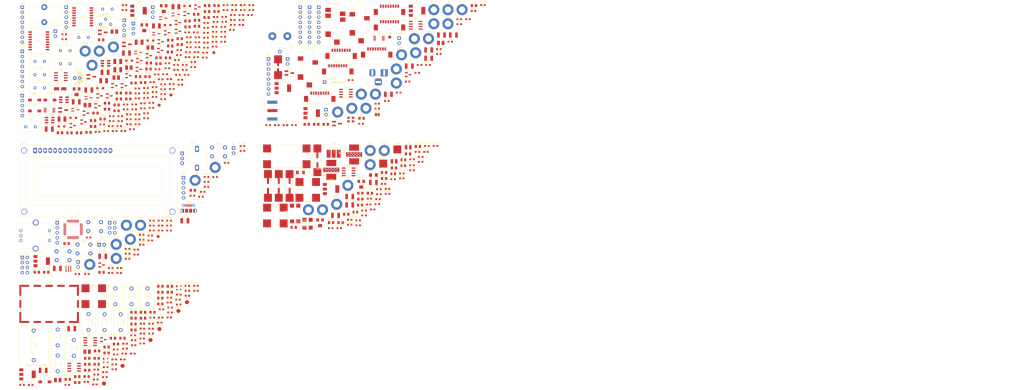
<source format=kicad_pcb>
(kicad_pcb (version 20211014) (generator pcbnew)

  (general
    (thickness 1.6)
  )

  (paper "A4")
  (layers
    (0 "F.Cu" signal)
    (31 "B.Cu" signal)
    (32 "B.Adhes" user "B.Adhesive")
    (33 "F.Adhes" user "F.Adhesive")
    (34 "B.Paste" user)
    (35 "F.Paste" user)
    (36 "B.SilkS" user "B.Silkscreen")
    (37 "F.SilkS" user "F.Silkscreen")
    (38 "B.Mask" user)
    (39 "F.Mask" user)
    (40 "Dwgs.User" user "User.Drawings")
    (41 "Cmts.User" user "User.Comments")
    (42 "Eco1.User" user "User.Eco1")
    (43 "Eco2.User" user "User.Eco2")
    (44 "Edge.Cuts" user)
    (45 "Margin" user)
    (46 "B.CrtYd" user "B.Courtyard")
    (47 "F.CrtYd" user "F.Courtyard")
    (48 "B.Fab" user)
    (49 "F.Fab" user)
    (50 "User.1" user)
    (51 "User.2" user)
    (52 "User.3" user)
    (53 "User.4" user)
    (54 "User.5" user)
    (55 "User.6" user)
    (56 "User.7" user)
    (57 "User.8" user)
    (58 "User.9" user)
  )

  (setup
    (stackup
      (layer "F.SilkS" (type "Top Silk Screen"))
      (layer "F.Paste" (type "Top Solder Paste"))
      (layer "F.Mask" (type "Top Solder Mask") (thickness 0.01))
      (layer "F.Cu" (type "copper") (thickness 0.035))
      (layer "dielectric 1" (type "core") (thickness 1.51) (material "FR4") (epsilon_r 4.5) (loss_tangent 0.02))
      (layer "B.Cu" (type "copper") (thickness 0.035))
      (layer "B.Mask" (type "Bottom Solder Mask") (thickness 0.01))
      (layer "B.Paste" (type "Bottom Solder Paste"))
      (layer "B.SilkS" (type "Bottom Silk Screen"))
      (copper_finish "None")
      (dielectric_constraints no)
    )
    (pad_to_mask_clearance 0)
    (pcbplotparams
      (layerselection 0x00010fc_ffffffff)
      (disableapertmacros false)
      (usegerberextensions false)
      (usegerberattributes true)
      (usegerberadvancedattributes true)
      (creategerberjobfile true)
      (svguseinch false)
      (svgprecision 6)
      (excludeedgelayer true)
      (plotframeref false)
      (viasonmask false)
      (mode 1)
      (useauxorigin false)
      (hpglpennumber 1)
      (hpglpenspeed 20)
      (hpglpendiameter 15.000000)
      (dxfpolygonmode true)
      (dxfimperialunits true)
      (dxfusepcbnewfont true)
      (psnegative false)
      (psa4output false)
      (plotreference true)
      (plotvalue true)
      (plotinvisibletext false)
      (sketchpadsonfab false)
      (subtractmaskfromsilk false)
      (outputformat 1)
      (mirror false)
      (drillshape 1)
      (scaleselection 1)
      (outputdirectory "")
    )
  )

  (net 0 "")
  (net 1 "+12V")
  (net 2 "GND")
  (net 3 "Net-(C2-Pad1)")
  (net 4 "Net-(C3-Pad1)")
  (net 5 "+3.3V")
  (net 6 "+9VA")
  (net 7 "/MIC")
  (net 8 "Net-(C6-Pad2)")
  (net 9 "+5VA")
  (net 10 "Net-(C10-Pad1)")
  (net 11 "Net-(C11-Pad1)")
  (net 12 "Net-(C11-Pad2)")
  (net 13 "Net-(C14-Pad1)")
  (net 14 "Net-(C14-Pad2)")
  (net 15 "Net-(C15-Pad1)")
  (net 16 "/BFO")
  (net 17 "Net-(C16-Pad1)")
  (net 18 "Net-(C16-Pad2)")
  (net 19 "Net-(C17-Pad1)")
  (net 20 "Net-(C17-Pad2)")
  (net 21 "Net-(C18-Pad1)")
  (net 22 "Net-(C18-Pad2)")
  (net 23 "Net-(C19-Pad1)")
  (net 24 "Net-(C19-Pad2)")
  (net 25 "Net-(C20-Pad1)")
  (net 26 "Net-(C20-Pad2)")
  (net 27 "Net-(C22-Pad1)")
  (net 28 "Net-(C23-Pad1)")
  (net 29 "Net-(C23-Pad2)")
  (net 30 "Net-(C25-Pad1)")
  (net 31 "Net-(C25-Pad2)")
  (net 32 "Net-(C26-Pad1)")
  (net 33 "Net-(C27-Pad1)")
  (net 34 "Net-(C27-Pad2)")
  (net 35 "Net-(C28-Pad1)")
  (net 36 "+VRX")
  (net 37 "Net-(C31-Pad1)")
  (net 38 "Net-(C32-Pad1)")
  (net 39 "Net-(C33-Pad1)")
  (net 40 "/Baseband/VAGC")
  (net 41 "Net-(C37-Pad1)")
  (net 42 "Net-(C38-Pad1)")
  (net 43 "Net-(C39-Pad1)")
  (net 44 "Net-(C39-Pad2)")
  (net 45 "Net-(C40-Pad2)")
  (net 46 "Net-(C41-Pad2)")
  (net 47 "Net-(C42-Pad1)")
  (net 48 "/Baseband/SPKR_OUT")
  (net 49 "Net-(C43-Pad2)")
  (net 50 "Net-(C44-Pad2)")
  (net 51 "Net-(C45-Pad1)")
  (net 52 "Net-(C45-Pad2)")
  (net 53 "Net-(C46-Pad1)")
  (net 54 "Net-(C46-Pad2)")
  (net 55 "Net-(C47-Pad1)")
  (net 56 "Net-(C47-Pad2)")
  (net 57 "Net-(C48-Pad1)")
  (net 58 "Net-(C48-Pad2)")
  (net 59 "Net-(C49-Pad1)")
  (net 60 "Net-(C49-Pad2)")
  (net 61 "Net-(C50-Pad1)")
  (net 62 "Net-(C51-Pad2)")
  (net 63 "Net-(C52-Pad1)")
  (net 64 "Net-(C53-Pad1)")
  (net 65 "Net-(C53-Pad2)")
  (net 66 "Net-(C54-Pad2)")
  (net 67 "Net-(C55-Pad1)")
  (net 68 "Net-(C55-Pad2)")
  (net 69 "Net-(C56-Pad2)")
  (net 70 "Net-(C57-Pad2)")
  (net 71 "Net-(C58-Pad1)")
  (net 72 "Net-(C59-Pad2)")
  (net 73 "Net-(C60-Pad2)")
  (net 74 "Net-(C61-Pad1)")
  (net 75 "Net-(C62-Pad2)")
  (net 76 "Net-(C63-Pad2)")
  (net 77 "Net-(C64-Pad2)")
  (net 78 "Net-(C65-Pad1)")
  (net 79 "Net-(C65-Pad2)")
  (net 80 "Net-(C66-Pad2)")
  (net 81 "Net-(C67-Pad2)")
  (net 82 "Net-(C68-Pad1)")
  (net 83 "Net-(C69-Pad1)")
  (net 84 "Net-(C69-Pad2)")
  (net 85 "Net-(C70-Pad2)")
  (net 86 "Net-(C71-Pad2)")
  (net 87 "Net-(C72-Pad1)")
  (net 88 "Net-(C72-Pad2)")
  (net 89 "Net-(C73-Pad2)")
  (net 90 "Net-(C74-Pad2)")
  (net 91 "Net-(C75-Pad2)")
  (net 92 "Net-(C76-Pad1)")
  (net 93 "Net-(C76-Pad2)")
  (net 94 "Net-(C78-Pad1)")
  (net 95 "Net-(C80-Pad1)")
  (net 96 "Net-(C80-Pad2)")
  (net 97 "Net-(C81-Pad1)")
  (net 98 "Net-(C81-Pad2)")
  (net 99 "Net-(C82-Pad1)")
  (net 100 "Net-(C82-Pad2)")
  (net 101 "Net-(C83-Pad2)")
  (net 102 "Net-(C86-Pad1)")
  (net 103 "Net-(C86-Pad2)")
  (net 104 "Net-(C87-Pad2)")
  (net 105 "Net-(C90-Pad2)")
  (net 106 "Net-(C100-Pad1)")
  (net 107 "/70MHz VHF Frontend/VHF_RX")
  (net 108 "Net-(C93-Pad1)")
  (net 109 "/70MHz VHF Frontend/TX_FROM_MIX")
  (net 110 "Net-(C94-Pad2)")
  (net 111 "Net-(C96-Pad2)")
  (net 112 "Net-(C100-Pad2)")
  (net 113 "Net-(C101-Pad2)")
  (net 114 "Net-(C102-Pad2)")
  (net 115 "Net-(C103-Pad1)")
  (net 116 "Net-(C104-Pad2)")
  (net 117 "Net-(C106-Pad1)")
  (net 118 "Net-(C107-Pad2)")
  (net 119 "Net-(C108-Pad1)")
  (net 120 "Net-(C109-Pad2)")
  (net 121 "/70MHz VHF Frontend/+VTX_FE")
  (net 122 "Net-(C111-Pad2)")
  (net 123 "Net-(C112-Pad1)")
  (net 124 "Net-(C112-Pad2)")
  (net 125 "Net-(C114-Pad2)")
  (net 126 "Net-(C115-Pad2)")
  (net 127 "/70MHz VHF Frontend/12V")
  (net 128 "Net-(C118-Pad2)")
  (net 129 "Net-(C119-Pad1)")
  (net 130 "Net-(C120-Pad1)")
  (net 131 "Net-(C120-Pad2)")
  (net 132 "Net-(C121-Pad1)")
  (net 133 "Net-(C125-Pad2)")
  (net 134 "Net-(C126-Pad1)")
  (net 135 "Net-(C128-Pad1)")
  (net 136 "Net-(C128-Pad2)")
  (net 137 "Net-(C129-Pad1)")
  (net 138 "/70MHz VHF Frontend/RX_TO_MIX")
  (net 139 "/70MHz VHF Frontend/VHF_TX")
  (net 140 "Net-(C136-Pad1)")
  (net 141 "Net-(C136-Pad2)")
  (net 142 "/PA 70MHz/12V")
  (net 143 "VGG1")
  (net 144 "Net-(C140-Pad1)")
  (net 145 "Net-(C140-Pad2)")
  (net 146 "Net-(C143-Pad1)")
  (net 147 "Net-(C143-Pad2)")
  (net 148 "Net-(C144-Pad1)")
  (net 149 "Net-(C144-Pad2)")
  (net 150 "VGG2")
  (net 151 "Net-(C147-Pad1)")
  (net 152 "Net-(C147-Pad2)")
  (net 153 "Net-(C148-Pad1)")
  (net 154 "Net-(C148-Pad2)")
  (net 155 "Net-(C149-Pad1)")
  (net 156 "Net-(C152-Pad1)")
  (net 157 "/PA 70MHz/VG_5V")
  (net 158 "Net-(C155-Pad2)")
  (net 159 "Net-(C156-Pad2)")
  (net 160 "Net-(C159-Pad2)")
  (net 161 "Net-(C161-Pad2)")
  (net 162 "Net-(C162-Pad2)")
  (net 163 "/PA 70MHz/PA_OUT")
  (net 164 "/Control on separate board/ENC_B")
  (net 165 "/Control on separate board/ENC_A")
  (net 166 "/Control on separate board/3.3V_UI")
  (net 167 "Net-(C169-Pad1)")
  (net 168 "Net-(C171-Pad1)")
  (net 169 "Net-(C172-Pad1)")
  (net 170 "Net-(C173-Pad2)")
  (net 171 "/Control on separate board/CW_TONE")
  (net 172 "Net-(C176-Pad1)")
  (net 173 "/Control on separate board/5V")
  (net 174 "Net-(D2-Pad1)")
  (net 175 "Net-(D5-Pad1)")
  (net 176 "Net-(D5-Pad2)")
  (net 177 "Net-(D6-Pad1)")
  (net 178 "Net-(D6-Pad2)")
  (net 179 "Net-(D7-Pad2)")
  (net 180 "Net-(D8-Pad2)")
  (net 181 "Net-(D9-Pad1)")
  (net 182 "Net-(D10-Pad3)")
  (net 183 "Net-(D10-Pad1)")
  (net 184 "Net-(D11-Pad1)")
  (net 185 "Net-(D11-Pad3)")
  (net 186 "Net-(D13-Pad2)")
  (net 187 "Net-(D14-Pad2)")
  (net 188 "Net-(D15-Pad2)")
  (net 189 "Net-(D16-Pad1)")
  (net 190 "Net-(D16-Pad2)")
  (net 191 "Net-(D16-Pad3)")
  (net 192 "Net-(D17-Pad3)")
  (net 193 "Net-(D18-Pad1)")
  (net 194 "Net-(D18-Pad2)")
  (net 195 "Net-(D18-Pad3)")
  (net 196 "Net-(D19-Pad3)")
  (net 197 "Net-(D20-Pad2)")
  (net 198 "Net-(D21-Pad2)")
  (net 199 "/Control on separate board/STATUSn")
  (net 200 "Net-(D23-Pad2)")
  (net 201 "unconnected-(DS1-Pad1)")
  (net 202 "unconnected-(DS1-Pad2)")
  (net 203 "unconnected-(DS1-Pad3)")
  (net 204 "unconnected-(DS1-Pad4)")
  (net 205 "unconnected-(DS1-Pad5)")
  (net 206 "unconnected-(DS1-Pad6)")
  (net 207 "unconnected-(DS1-Pad7)")
  (net 208 "unconnected-(DS1-Pad8)")
  (net 209 "unconnected-(DS1-Pad9)")
  (net 210 "unconnected-(DS1-Pad10)")
  (net 211 "unconnected-(DS1-Pad11)")
  (net 212 "unconnected-(DS1-Pad12)")
  (net 213 "unconnected-(DS1-Pad13)")
  (net 214 "unconnected-(DS1-Pad14)")
  (net 215 "unconnected-(DS1-Pad15)")
  (net 216 "unconnected-(DS1-Pad16)")
  (net 217 "Net-(FB1-Pad2)")
  (net 218 "Net-(FB3-Pad1)")
  (net 219 "unconnected-(J3-PadNC)")
  (net 220 "Net-(J3-PadR1)")
  (net 221 "unconnected-(J3-PadR2)")
  (net 222 "Net-(J3-PadS)")
  (net 223 "Net-(J3-PadT)")
  (net 224 "unconnected-(J3-PadTN)")
  (net 225 "Net-(J4-PadR)")
  (net 226 "Net-(J4-PadTN)")
  (net 227 "/CW_RING")
  (net 228 "/CW_TIP")
  (net 229 "unconnected-(J5-PadTN)")
  (net 230 "unconnected-(J6-Pad5)")
  (net 231 "Net-(J7-Pad1)")
  (net 232 "unconnected-(J7-Pad4)")
  (net 233 "/Baseband/SPKR_DET")
  (net 234 "/Control on separate board/CW_TIP")
  (net 235 "/Control on separate board/CW_RING")
  (net 236 "/Control on separate board/CW_KEYn")
  (net 237 "/Control on separate board/MIC_PTTn")
  (net 238 "/Control on separate board/EN_TX")
  (net 239 "/Control on separate board/EN_RX")
  (net 240 "/Control on separate board/S_METER")
  (net 241 "/Control on separate board/SCL")
  (net 242 "/Control on separate board/SDA")
  (net 243 "/Control on separate board/MUTE_MICn")
  (net 244 "/Control on separate board/SPKR_VOL")
  (net 245 "unconnected-(J9-Pad6)")
  (net 246 "/EN_VRX")
  (net 247 "/EN_VTX")
  (net 248 "/MIC_PTTn")
  (net 249 "/Baseband/CW_KEYn")
  (net 250 "/Baseband/CW_TONE")
  (net 251 "unconnected-(J12-Pad3)")
  (net 252 "/Baseband/SPKR_VOL")
  (net 253 "/MUTE_MICn")
  (net 254 "/SDA")
  (net 255 "/SCL")
  (net 256 "/S_METER")
  (net 257 "/Baseband/VHF_IN")
  (net 258 "/Baseband/VHF_OUT")
  (net 259 "/70MHz VHF Frontend/EN_VRX")
  (net 260 "/70MHz VHF Frontend/EN_VTX")
  (net 261 "/PA 70MHz/PA_IN")
  (net 262 "/PA 70MHz/EN_PA")
  (net 263 "/CLK1")
  (net 264 "Net-(J22-Pad2)")
  (net 265 "+VTX")
  (net 266 "Net-(J24-Pad2)")
  (net 267 "unconnected-(J24-Pad4)")
  (net 268 "unconnected-(J24-Pad5)")
  (net 269 "Net-(J24-Pad7)")
  (net 270 "/Control on separate board/DISP_LAT")
  (net 271 "/Control on separate board/I2C2_SDA")
  (net 272 "/Control on separate board/I2C2_SCL")
  (net 273 "/Control on separate board/PC14")
  (net 274 "/Control on separate board/PC13")
  (net 275 "Net-(J32-Pad1)")
  (net 276 "/Control on separate board/PA0")
  (net 277 "/Control on separate board/USART1_TX")
  (net 278 "/Control on separate board/USART1_RX")
  (net 279 "/Control on separate board/PB15")
  (net 280 "unconnected-(J34-Pad1)")
  (net 281 "/Control on separate board/USB_DM")
  (net 282 "/Control on separate board/USB_DP")
  (net 283 "Net-(J34-Pad4)")
  (net 284 "/Control on separate board/SWCLK")
  (net 285 "/Control on separate board/SWDIO")
  (net 286 "/Control on separate board/RESETn")
  (net 287 "Net-(J36-Pad3)")
  (net 288 "Net-(J36-Pad4)")
  (net 289 "/LO1")
  (net 290 "Net-(L14-Pad1)")
  (net 291 "Net-(L15-Pad1)")
  (net 292 "Net-(L19-Pad1)")
  (net 293 "Net-(L21-Pad2)")
  (net 294 "Net-(L23-Pad2)")
  (net 295 "Net-(L25-Pad2)")
  (net 296 "Net-(L39-Pad2)")
  (net 297 "Net-(L40-Pad2)")
  (net 298 "Net-(Q1-Pad1)")
  (net 299 "Net-(Q2-Pad4)")
  (net 300 "Net-(Q3-Pad4)")
  (net 301 "Net-(Q6-Pad1)")
  (net 302 "Net-(Q6-Pad2)")
  (net 303 "Net-(Q7-Pad1)")
  (net 304 "Net-(Q10-Pad1)")
  (net 305 "Net-(Q10-Pad2)")
  (net 306 "Net-(Q11-Pad1)")
  (net 307 "Net-(Q11-Pad3)")
  (net 308 "Net-(Q13-Pad1)")
  (net 309 "Net-(Q14-Pad2)")
  (net 310 "Net-(Q14-Pad3)")
  (net 311 "Net-(Q16-Pad2)")
  (net 312 "Net-(Q18-Pad2)")
  (net 313 "Net-(Q20-Pad1)")
  (net 314 "Net-(Q21-Pad1)")
  (net 315 "Net-(Q23-Pad1)")
  (net 316 "Net-(Q24-Pad4)")
  (net 317 "/70MHz VHF Frontend/+9V_FE")
  (net 318 "Net-(Q26-Pad4)")
  (net 319 "/70MHz VHF Frontend/+VRX_FE")
  (net 320 "Net-(Q27-Pad4)")
  (net 321 "Net-(Q30-Pad4)")
  (net 322 "Net-(R22-Pad2)")
  (net 323 "Net-(R23-Pad2)")
  (net 324 "Net-(R28-Pad2)")
  (net 325 "Net-(R31-Pad1)")
  (net 326 "Net-(R31-Pad2)")
  (net 327 "Net-(R35-Pad1)")
  (net 328 "Net-(R36-Pad1)")
  (net 329 "Net-(R93-Pad1)")
  (net 330 "Net-(R103-Pad2)")
  (net 331 "Net-(R104-Pad2)")
  (net 332 "Net-(R100-Pad1)")
  (net 333 "Net-(R101-Pad1)")
  (net 334 "Net-(R111-Pad2)")
  (net 335 "Net-(R135-Pad1)")
  (net 336 "Net-(R140-Pad1)")
  (net 337 "Net-(J27-Pad1)")
  (net 338 "Net-(R157-Pad1)")
  (net 339 "Net-(R159-Pad1)")
  (net 340 "Net-(R160-Pad1)")
  (net 341 "Net-(R161-Pad2)")
  (net 342 "/Control on separate board/BTN0")
  (net 343 "/Control on separate board/BTN1")
  (net 344 "/Control on separate board/BTN2")
  (net 345 "/Control on separate board/BTN3")
  (net 346 "Net-(R168-Pad1)")
  (net 347 "/Control on separate board/ENC_BTN")
  (net 348 "/Control on separate board/XTAL1")
  (net 349 "/Control on separate board/XTAL2")
  (net 350 "/Control on separate board/PWM_CW")
  (net 351 "/Control on separate board/MUTE_SPKR")
  (net 352 "Net-(R178-Pad2)")
  (net 353 "Net-(R179-Pad2)")
  (net 354 "Net-(R180-Pad2)")
  (net 355 "/Control on separate board/BOOT0")
  (net 356 "/Control on separate board/BOOT1")
  (net 357 "unconnected-(T3-Pad2)")
  (net 358 "unconnected-(T5-Pad2)")
  (net 359 "unconnected-(TR1-Pad10)")
  (net 360 "unconnected-(TR1-Pad15)")
  (net 361 "unconnected-(TR2-Pad10)")
  (net 362 "unconnected-(TR2-Pad15)")
  (net 363 "Net-(U4-Pad3)")
  (net 364 "unconnected-(U11-Pad14)")
  (net 365 "unconnected-(U11-Pad40)")
  (net 366 "Net-(R158-Pad2)")
  (net 367 "unconnected-(T4-Pad2)")

  (footprint "Capacitor_SMD:C_0603_1608Metric_Pad1.08x0.95mm_HandSolder" (layer "F.Cu") (at -212.258 153.512))

  (footprint "Capacitor_SMD:C_0805_2012Metric_Pad1.18x1.45mm_HandSolder" (layer "F.Cu") (at -170.638 111.622))

  (footprint "Resistor_SMD:R_0603_1608Metric_Pad0.98x0.95mm_HandSolder" (layer "F.Cu") (at -214.758 201.262))

  (footprint "Crystal:Crystal_HC49-U_Vertical" (layer "F.Cu") (at -237.618 40.842))

  (footprint "Resistor_SMD:R_0603_1608Metric_Pad0.98x0.95mm_HandSolder" (layer "F.Cu") (at -64.858 103.082))

  (footprint "Capacitor_SMD:CP_Elec_4x5.3" (layer "F.Cu") (at -237.768 60.192))

  (footprint "Resistor_SMD:R_0603_1608Metric_Pad0.98x0.95mm_HandSolder" (layer "F.Cu") (at -194.328 75.092))

  (footprint "Package_SO:MSOP-10_3x3mm_P0.5mm" (layer "F.Cu") (at -243.168 71.042))

  (footprint "Connector_Molex:Molex_PicoBlade_53261-0871_1x08-1MP_P1.25mm_Horizontal" (layer "F.Cu") (at -71.088 28.592))

  (footprint "mpb:four_4mm_pads_narrow" (layer "F.Cu") (at -112.463 111.517))

  (footprint "Potentiometer_SMD:Potentiometer_Bourns_3214W_Vertical" (layer "F.Cu") (at -195.218 29.242))

  (footprint "Potentiometer_SMD:Potentiometer_Bourns_3214W_Vertical" (layer "F.Cu") (at -185.368 19.542))

  (footprint "Resistor_SMD:R_0603_1608Metric_Pad0.98x0.95mm_HandSolder" (layer "F.Cu") (at -186.498 171.962))

  (footprint "Capacitor_SMD:C_0603_1608Metric_Pad1.08x0.95mm_HandSolder" (layer "F.Cu") (at -201.008 194.372))

  (footprint "Package_TO_SOT_SMD:SOT-223-3_TabPin2" (layer "F.Cu") (at -125.078 59.862))

  (footprint "Resistor_SMD:R_0603_1608Metric_Pad0.98x0.95mm_HandSolder" (layer "F.Cu") (at -211.728 76.582))

  (footprint "Capacitor_SMD:C_0603_1608Metric_Pad1.08x0.95mm_HandSolder" (layer "F.Cu") (at -203.028 78.152))

  (footprint "Capacitor_SMD:C_1210_3225Metric_Pad1.33x2.70mm_HandSolder" (layer "F.Cu") (at -38.768 32.942))

  (footprint "Capacitor_SMD:C_1210_3225Metric_Pad1.33x2.70mm_HandSolder" (layer "F.Cu") (at -51.268 44.742))

  (footprint "Resistor_SMD:R_0603_1608Metric_Pad0.98x0.95mm_HandSolder" (layer "F.Cu") (at -210.408 199.832))

  (footprint "Capacitor_SMD:C_0805_2012Metric_Pad1.18x1.45mm_HandSolder" (layer "F.Cu") (at -85.838 116.092))

  (footprint "Inductor_SMD:L_1008_2520Metric_Pad1.43x2.20mm_HandSolder" (layer "F.Cu") (at -210.348 31.192))

  (footprint "Capacitor_SMD:C_0805_2012Metric_Pad1.18x1.45mm_HandSolder" (layer "F.Cu") (at -61.698 93.172))

  (footprint "Diode_SMD:D_SOD-123F" (layer "F.Cu") (at -217.523 59.882))

  (footprint "Resistor_SMD:R_0603_1608Metric_Pad0.98x0.95mm_HandSolder" (layer "F.Cu") (at -185.658 57.922))

  (footprint "Capacitor_SMD:C_0805_2012Metric_Pad1.18x1.45mm_HandSolder" (layer "F.Cu") (at -208.098 65.352))

  (footprint "mpb:PLD-1.5W" (layer "F.Cu") (at -89.003 93.497))

  (footprint "Capacitor_SMD:C_0805_2012Metric_Pad1.18x1.45mm_HandSolder" (layer "F.Cu") (at -92.988 123.782))

  (footprint "Capacitor_SMD:C_0805_2012Metric_Pad1.18x1.45mm_HandSolder" (layer "F.Cu") (at -195.828 173.442))

  (footprint "Resistor_SMD:R_0805_2012Metric" (layer "F.Cu") (at -69.238 103.302))

  (footprint "Connector_BarrelJack:BarrelJack_Horizontal" (layer "F.Cu") (at -73.758 52.057))

  (footprint "Resistor_SMD:R_0603_1608Metric_Pad0.98x0.95mm_HandSolder" (layer "F.Cu") (at -59.678 95.932))

  (footprint "Connector_Molex:Molex_PicoBlade_53261-0871_1x08-1MP_P1.25mm_Horizontal" (layer "F.Cu") (at -97.288 50.922))

  (footprint "Package_TO_SOT_SMD:SOT-23" (layer "F.Cu") (at -224.748 72.542))

  (footprint "MountingHole:MountingHole_3.2mm_M3_DIN965_Pad" (layer "F.Cu") (at -222.818 149.222))

  (footprint "Resistor_SMD:R_0603_1608Metric_Pad0.98x0.95mm_HandSolder" (layer "F.Cu") (at -51.548 48.122))

  (footprint "Resistor_SMD:R_0603_1608Metric_Pad0.98x0.95mm_HandSolder" (layer "F.Cu") (at -184.628 52.762))

  (footprint "Inductor_SMD:L_1008_2520Metric_Pad1.43x2.20mm_HandSolder" (layer "F.Cu") (at -223.988 68.442))

  (footprint "Inductor_SMD:L_1008_2520Metric_Pad1.43x2.20mm_HandSolder" (layer "F.Cu") (at -45.138 36.942))

  (footprint "Connector_PinHeader_2.54mm:PinHeader_2x04_P2.54mm_Vertical" (layer "F.Cu") (at -256.918 145.722))

  (footprint "Package_TO_SOT_SMD:SOT-23_Handsoldering" (layer "F.Cu") (at -236.268 70.942))

  (footprint "Capacitor_SMD:C_0805_2012Metric_Pad1.18x1.45mm_HandSolder" (layer "F.Cu") (at -119.598 130.422))

  (footprint "Capacitor_SMD:C_0603_1608Metric_Pad1.08x0.95mm_HandSolder" (layer "F.Cu") (at -205.218 17.772))

  (footprint "mpb:two_4mm_pads" (layer "F.Cu") (at -127.503 49.237))

  (footprint "Capacitor_SMD:C_0805_2012Metric_Pad1.18x1.45mm_HandSolder" (layer "F.Cu") (at -173.318 25.822))

  (footprint "Resistor_SMD:R_0603_1608Metric_Pad0.98x0.95mm_HandSolder" (layer "F.Cu") (at -224.218 154.052))

  (footprint "Capacitor_SMD:C_0603_1608Metric_Pad1.08x0.95mm_HandSolder" (layer "F.Cu") (at -198.708 65.052))

  (footprint "Resistor_SMD:R_0603_1608Metric_Pad0.98x0.95mm_HandSolder" (layer "F.Cu") (at -168.978 44.142))

  (footprint "Resistor_SMD:R_0603_1608Metric_Pad0.98x0.95mm_HandSolder" (layer "F.Cu") (at -229.088 154.102))

  (footprint "Inductor_SMD:L_0805_2012Metric_Pad1.15x1.40mm_HandSolder" (layer "F.Cu") (at -191.048 173.412))

  (footprint "TestPoint:TestPoint_Pad_D2.0mm" (layer "F.Cu") (at -187.568 181.932))

  (footprint "Resistor_SMD:R_0603_1608Metric_Pad0.98x0.95mm_HandSolder" (layer "F.Cu") (at -59.718 98.942))

  (footprint "Package_TO_SOT_SMD:SOT-323_SC-70_Handsoldering" (layer "F.Cu")
    (tedit 5A02FF57) (tstamp 155e74e9-eb09-4843-a01f-82eead9da4ed)
    (at -198.308 41.792)
    (descr "SOT-323, SC-70 Handsoldering")
    (tags "SOT-323 SC-70 Handsoldering")
    (property "MPN" "BAT68-04W")
    (property "Need_order" "0")
    (property "Sheetfile" "baseband.kicad_sch")
    (property "Sheetname" "Baseband")
    (path "/691ab6db-80d5-4c97-9e5f-aae234327d27/8e665418-aa3c-4deb-972e-e449d3453c26")
    (attr smd)
    (fp_text reference "D17" (at 0 -2) (layer "F.SilkS")
      (effects (font (size 1 1) (thickness 0.15)))
      (tstamp 3625ba79-e754-46a2-96d9-638a31a87394)
    )
    (fp_text value "BAT68-04W" (at 0 2.05) (layer "F.Fab")
      (effects (font (size 1 1) (thickness 0.15)))
      (tstamp b6855dfd-b742-4577-a0c4-94b10ba42a9c)
    )
    (fp_text user "${REFERENCE}" (at 0 0 90) (layer "F.Fab")
      (effects (font (size 0.5 0.5) (thickness 0.075)))
      (tstamp 369f361c-5605-4cab-a5d7-d1dbc81c9262)
    )
    (fp_line (start 0.735 -1.16) (end -2 -1.16) (layer "F.SilkS") (width 0.12) (tstamp 982e5bd9-61fd-45c2-8989-591d98e5abb0))
    (fp_line (start 0.735 0.5) (end 0.735 1.16) (layer "F.SilkS") (width 0.12) (tstamp 99df2c53-8d52-457e-91aa-b5c6cdb80cc9))
    (fp_line (start -0.675 1.16) (end 0.735 1.16) (layer "F.SilkS") (width 0.12) (tstamp acf85b66-b784-4407-9519-be74f0b9dfc3))
    (fp_line (start 0.735 -1.17) (end 0.735 -0.5) (layer "F.SilkS") (width 0.12) (tstamp eb05a770-f925-458f-95fe-3a37a0a2cc4d))
    (fp_line (start 2.4 -1.3) (end 2.4 1.3) (layer "F.CrtYd") (width 0.05) (tstamp 0f87658c-b0ee-4616-ac92-de15e7fe9659))
    (fp_line (start 2.4 1.3) (end -2.4 1.3) (layer "F.CrtYd") (width 0.05) (tstamp 5e5a2174-9d68-4fa1-b579-42b0aeda479c))
    (fp_line (start -2.4 1.3) (end -2.4 -1.3) (layer "F.CrtYd") (width 0.05) (tstamp 7496d89f-15d3-48ca-b8e0-36475d91136e))
    (fp_line (start -2.4 -1.3) (end 2.4 -1.3) (layer "F.CrtYd") (width 0.05) (tstamp f0546685-4f6d-46c0-8bfa-6ae4841592c9))
    (fp_line (start 0.675 1.1) (end -0.675 1.1) (layer "F.Fab") (width 0.1) (tstamp 104c2a8b-275e-4482-854d-cf57e2899e66))
    (fp_line (start 0.675 -1.1) (end -0.175 -1.1) (layer "F.Fab") (width 0.1) (tstamp 69d78c1c-1350-4baf-9bb2-febde8ca144c))
    (fp_line (start -0.675 -0.6) (end -0.675 1.1) (layer "F.Fab") (width 0.1) (tstamp 779024f3-d26c-4dce-ac7d-b92dd53446fe))
    (fp_line (start -0.175 -1.1) (end -0.675 -0.6) (layer "F.Fab") (width 0.1) (tstamp dc9ad4df-ee50-4c8b-be06-c06869b358c7))
    (fp_line (start 0.675 -1.1) (end 0.675 1.1) (layer "F.Fab") (width 0.1) (tstamp dca6129f-ce1a-448e-8873-4cc4b9f5d2f5))
    (pad "1" smd rect (at -1.33 -0.65 270) (size 0.45 1.5) (layers "F.Cu" "F.Paste" "F.Mask")
      (net 190 "Net-(D16-Pad2)") (pintype "passive") (tstamp dc3bd94c-ec04-432b-ab4c-b38072bb337e))
    (pad "2" smd rect (at -1.33 0.65 270) (size 0.45 1.5) (layers "F.Cu" 
... [1785255 chars truncated]
</source>
